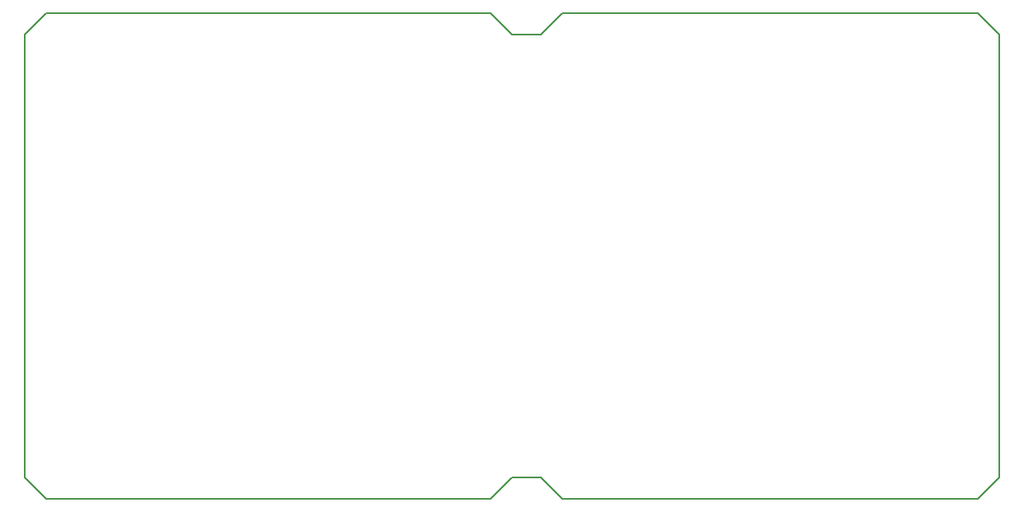
<source format=gbr>
G04 #@! TF.GenerationSoftware,KiCad,Pcbnew,5.0.0-fee4fd1~65~ubuntu17.10.1*
G04 #@! TF.CreationDate,2018-07-21T10:10:14+09:00*
G04 #@! TF.ProjectId,M5StackSideBB,4D35537461636B5369646542422E6B69,rev?*
G04 #@! TF.SameCoordinates,Original*
G04 #@! TF.FileFunction,Profile,NP*
%FSLAX46Y46*%
G04 Gerber Fmt 4.6, Leading zero omitted, Abs format (unit mm)*
G04 Created by KiCad (PCBNEW 5.0.0-fee4fd1~65~ubuntu17.10.1) date Sat Jul 21 10:10:14 2018*
%MOMM*%
%LPD*%
G01*
G04 APERTURE LIST*
%ADD10C,0.150000*%
G04 APERTURE END LIST*
D10*
X153000000Y-52200000D02*
X155200000Y-50000000D01*
X150000000Y-52200000D02*
X153000000Y-52200000D01*
X153000000Y-97800000D02*
X155200000Y-100000000D01*
X150000000Y-97800000D02*
X153000000Y-97800000D01*
X200000000Y-97800000D02*
X197800000Y-100000000D01*
X197800000Y-50000000D02*
X200000000Y-52200000D01*
X197800000Y-100000000D02*
X155200000Y-100000000D01*
X200000000Y-52200000D02*
X200000000Y-97800000D01*
X155200000Y-50000000D02*
X197800000Y-50000000D01*
X102200000Y-50000000D02*
X100000000Y-52200000D01*
X100000000Y-97800000D02*
X100000000Y-52200000D01*
X102200000Y-100000000D02*
X100000000Y-97800000D01*
X147800000Y-100000000D02*
X102200000Y-100000000D01*
X150000000Y-97800000D02*
X147800000Y-100000000D01*
X147800000Y-50000000D02*
X150000000Y-52200000D01*
X102200000Y-50000000D02*
X147800000Y-50000000D01*
M02*

</source>
